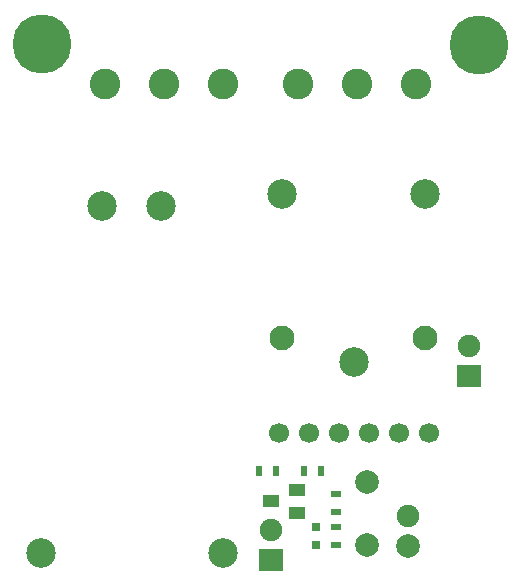
<source format=gbr>
G04 #@! TF.FileFunction,Soldermask,Top*
%FSLAX46Y46*%
G04 Gerber Fmt 4.6, Leading zero omitted, Abs format (unit mm)*
G04 Created by KiCad (PCBNEW 4.0.3-stable) date 05/03/17 00:29:37*
%MOMM*%
%LPD*%
G01*
G04 APERTURE LIST*
%ADD10C,0.152400*%
%ADD11C,2.600000*%
%ADD12R,0.750000X0.800000*%
%ADD13R,2.000000X1.900000*%
%ADD14C,1.900000*%
%ADD15C,1.700000*%
%ADD16R,1.400000X1.000000*%
%ADD17R,0.500000X0.900000*%
%ADD18R,0.900000X0.500000*%
%ADD19C,2.100000*%
%ADD20C,2.500000*%
%ADD21C,2.000000*%
%ADD22C,5.000000*%
G04 APERTURE END LIST*
D10*
D11*
X119600000Y-57600000D03*
X114600000Y-57600000D03*
X109600000Y-57600000D03*
D12*
X127508000Y-95135000D03*
X127508000Y-96635000D03*
D13*
X140462000Y-82296000D03*
D14*
X140462000Y-79756000D03*
D13*
X123700000Y-97900000D03*
D14*
X123700000Y-95360000D03*
D11*
X126000000Y-57600000D03*
X131000000Y-57600000D03*
X136000000Y-57600000D03*
D15*
X124333000Y-87122000D03*
X126873000Y-87122000D03*
X129413000Y-87122000D03*
X131953000Y-87122000D03*
X134493000Y-87122000D03*
X137033000Y-87122000D03*
D16*
X125900000Y-93900000D03*
X125900000Y-92000000D03*
X123700000Y-92950000D03*
D17*
X124150000Y-90400000D03*
X122650000Y-90400000D03*
D18*
X129159000Y-96635000D03*
X129159000Y-95135000D03*
D17*
X126450000Y-90400000D03*
X127950000Y-90400000D03*
D18*
X129159000Y-92341000D03*
X129159000Y-93841000D03*
D19*
X124658000Y-79121000D03*
X136708000Y-79121000D03*
D20*
X130683000Y-81171000D03*
X124658000Y-66921000D03*
X136708000Y-66921000D03*
D21*
X131826000Y-96647000D03*
X131826000Y-91347000D03*
X135300000Y-96700000D03*
D14*
X135300000Y-94160000D03*
D20*
X114400000Y-67900000D03*
X109400000Y-67900000D03*
X119600000Y-97300000D03*
X104200000Y-97300000D03*
D22*
X104300000Y-54200000D03*
X141300000Y-54300000D03*
M02*

</source>
